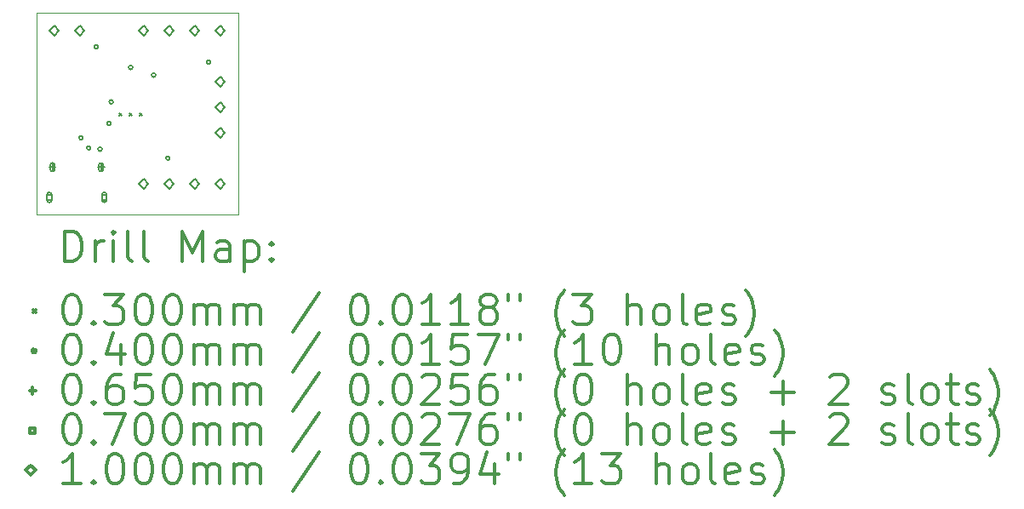
<source format=gbr>
%FSLAX45Y45*%
G04 Gerber Fmt 4.5, Leading zero omitted, Abs format (unit mm)*
G04 Created by KiCad (PCBNEW (5.1.10)-1) date 2021-06-21 19:38:08*
%MOMM*%
%LPD*%
G01*
G04 APERTURE LIST*
%TA.AperFunction,Profile*%
%ADD10C,0.050000*%
%TD*%
%ADD11C,0.200000*%
%ADD12C,0.300000*%
G04 APERTURE END LIST*
D10*
X13004800Y-12623800D02*
X13004800Y-10617200D01*
X15011400Y-12623800D02*
X13004800Y-12623800D01*
X15011400Y-10617200D02*
X15011400Y-12623800D01*
X13004800Y-10617200D02*
X15011400Y-10617200D01*
D11*
X13829600Y-11618200D02*
X13859600Y-11648200D01*
X13859600Y-11618200D02*
X13829600Y-11648200D01*
X13929600Y-11618200D02*
X13959600Y-11648200D01*
X13959600Y-11618200D02*
X13929600Y-11648200D01*
X14029600Y-11618200D02*
X14059600Y-11648200D01*
X14059600Y-11618200D02*
X14029600Y-11648200D01*
X13469100Y-11862000D02*
G75*
G03*
X13469100Y-11862000I-20000J0D01*
G01*
X13545500Y-11963401D02*
G75*
G03*
X13545500Y-11963401I-20000J0D01*
G01*
X13621700Y-10960100D02*
G75*
G03*
X13621700Y-10960100I-20000J0D01*
G01*
X13659800Y-11976100D02*
G75*
G03*
X13659800Y-11976100I-20000J0D01*
G01*
X13748700Y-11722100D02*
G75*
G03*
X13748700Y-11722100I-20000J0D01*
G01*
X13770401Y-11506200D02*
G75*
G03*
X13770401Y-11506200I-20000J0D01*
G01*
X13964600Y-11163300D02*
G75*
G03*
X13964600Y-11163300I-20000J0D01*
G01*
X14193200Y-11239500D02*
G75*
G03*
X14193200Y-11239500I-20000J0D01*
G01*
X14332900Y-12065000D02*
G75*
G03*
X14332900Y-12065000I-20000J0D01*
G01*
X14739300Y-11112500D02*
G75*
G03*
X14739300Y-11112500I-20000J0D01*
G01*
X13166700Y-12123400D02*
X13166700Y-12188400D01*
X13134200Y-12155900D02*
X13199200Y-12155900D01*
X13189200Y-12175900D02*
X13189200Y-12135900D01*
X13144200Y-12175900D02*
X13144200Y-12135900D01*
X13189200Y-12135900D02*
G75*
G03*
X13144200Y-12135900I-22500J0D01*
G01*
X13144200Y-12175900D02*
G75*
G03*
X13189200Y-12175900I22500J0D01*
G01*
X13650700Y-12123400D02*
X13650700Y-12188400D01*
X13618200Y-12155900D02*
X13683200Y-12155900D01*
X13673200Y-12175900D02*
X13673200Y-12135900D01*
X13628200Y-12175900D02*
X13628200Y-12135900D01*
X13673200Y-12135900D02*
G75*
G03*
X13628200Y-12135900I-22500J0D01*
G01*
X13628200Y-12175900D02*
G75*
G03*
X13673200Y-12175900I22500J0D01*
G01*
X13160449Y-12480649D02*
X13160449Y-12431151D01*
X13110951Y-12431151D01*
X13110951Y-12480649D01*
X13160449Y-12480649D01*
X13160700Y-12480900D02*
X13160700Y-12430900D01*
X13110700Y-12480900D02*
X13110700Y-12430900D01*
X13160700Y-12430900D02*
G75*
G03*
X13110700Y-12430900I-25000J0D01*
G01*
X13110700Y-12480900D02*
G75*
G03*
X13160700Y-12480900I25000J0D01*
G01*
X13706449Y-12480649D02*
X13706449Y-12431151D01*
X13656951Y-12431151D01*
X13656951Y-12480649D01*
X13706449Y-12480649D01*
X13706700Y-12480900D02*
X13706700Y-12430900D01*
X13656700Y-12480900D02*
X13656700Y-12430900D01*
X13706700Y-12430900D02*
G75*
G03*
X13656700Y-12430900I-25000J0D01*
G01*
X13656700Y-12480900D02*
G75*
G03*
X13706700Y-12480900I25000J0D01*
G01*
X13182600Y-10845000D02*
X13232600Y-10795000D01*
X13182600Y-10745000D01*
X13132600Y-10795000D01*
X13182600Y-10845000D01*
X13436600Y-10845000D02*
X13486600Y-10795000D01*
X13436600Y-10745000D01*
X13386600Y-10795000D01*
X13436600Y-10845000D01*
X14071600Y-10845000D02*
X14121600Y-10795000D01*
X14071600Y-10745000D01*
X14021600Y-10795000D01*
X14071600Y-10845000D01*
X14071600Y-12369000D02*
X14121600Y-12319000D01*
X14071600Y-12269000D01*
X14021600Y-12319000D01*
X14071600Y-12369000D01*
X14325600Y-10845000D02*
X14375600Y-10795000D01*
X14325600Y-10745000D01*
X14275600Y-10795000D01*
X14325600Y-10845000D01*
X14325600Y-12369000D02*
X14375600Y-12319000D01*
X14325600Y-12269000D01*
X14275600Y-12319000D01*
X14325600Y-12369000D01*
X14579600Y-10845000D02*
X14629600Y-10795000D01*
X14579600Y-10745000D01*
X14529600Y-10795000D01*
X14579600Y-10845000D01*
X14579600Y-12369000D02*
X14629600Y-12319000D01*
X14579600Y-12269000D01*
X14529600Y-12319000D01*
X14579600Y-12369000D01*
X14833600Y-10845000D02*
X14883600Y-10795000D01*
X14833600Y-10745000D01*
X14783600Y-10795000D01*
X14833600Y-10845000D01*
X14833600Y-11353000D02*
X14883600Y-11303000D01*
X14833600Y-11253000D01*
X14783600Y-11303000D01*
X14833600Y-11353000D01*
X14833600Y-11607000D02*
X14883600Y-11557000D01*
X14833600Y-11507000D01*
X14783600Y-11557000D01*
X14833600Y-11607000D01*
X14833600Y-11861000D02*
X14883600Y-11811000D01*
X14833600Y-11761000D01*
X14783600Y-11811000D01*
X14833600Y-11861000D01*
X14833600Y-12369000D02*
X14883600Y-12319000D01*
X14833600Y-12269000D01*
X14783600Y-12319000D01*
X14833600Y-12369000D01*
D12*
X13288728Y-13092014D02*
X13288728Y-12792014D01*
X13360157Y-12792014D01*
X13403014Y-12806300D01*
X13431586Y-12834871D01*
X13445871Y-12863443D01*
X13460157Y-12920586D01*
X13460157Y-12963443D01*
X13445871Y-13020586D01*
X13431586Y-13049157D01*
X13403014Y-13077729D01*
X13360157Y-13092014D01*
X13288728Y-13092014D01*
X13588728Y-13092014D02*
X13588728Y-12892014D01*
X13588728Y-12949157D02*
X13603014Y-12920586D01*
X13617300Y-12906300D01*
X13645871Y-12892014D01*
X13674443Y-12892014D01*
X13774443Y-13092014D02*
X13774443Y-12892014D01*
X13774443Y-12792014D02*
X13760157Y-12806300D01*
X13774443Y-12820586D01*
X13788728Y-12806300D01*
X13774443Y-12792014D01*
X13774443Y-12820586D01*
X13960157Y-13092014D02*
X13931586Y-13077729D01*
X13917300Y-13049157D01*
X13917300Y-12792014D01*
X14117300Y-13092014D02*
X14088728Y-13077729D01*
X14074443Y-13049157D01*
X14074443Y-12792014D01*
X14460157Y-13092014D02*
X14460157Y-12792014D01*
X14560157Y-13006300D01*
X14660157Y-12792014D01*
X14660157Y-13092014D01*
X14931586Y-13092014D02*
X14931586Y-12934871D01*
X14917300Y-12906300D01*
X14888728Y-12892014D01*
X14831586Y-12892014D01*
X14803014Y-12906300D01*
X14931586Y-13077729D02*
X14903014Y-13092014D01*
X14831586Y-13092014D01*
X14803014Y-13077729D01*
X14788728Y-13049157D01*
X14788728Y-13020586D01*
X14803014Y-12992014D01*
X14831586Y-12977729D01*
X14903014Y-12977729D01*
X14931586Y-12963443D01*
X15074443Y-12892014D02*
X15074443Y-13192014D01*
X15074443Y-12906300D02*
X15103014Y-12892014D01*
X15160157Y-12892014D01*
X15188728Y-12906300D01*
X15203014Y-12920586D01*
X15217300Y-12949157D01*
X15217300Y-13034871D01*
X15203014Y-13063443D01*
X15188728Y-13077729D01*
X15160157Y-13092014D01*
X15103014Y-13092014D01*
X15074443Y-13077729D01*
X15345871Y-13063443D02*
X15360157Y-13077729D01*
X15345871Y-13092014D01*
X15331586Y-13077729D01*
X15345871Y-13063443D01*
X15345871Y-13092014D01*
X15345871Y-12906300D02*
X15360157Y-12920586D01*
X15345871Y-12934871D01*
X15331586Y-12920586D01*
X15345871Y-12906300D01*
X15345871Y-12934871D01*
X12972300Y-13571300D02*
X13002300Y-13601300D01*
X13002300Y-13571300D02*
X12972300Y-13601300D01*
X13345871Y-13422014D02*
X13374443Y-13422014D01*
X13403014Y-13436300D01*
X13417300Y-13450586D01*
X13431586Y-13479157D01*
X13445871Y-13536300D01*
X13445871Y-13607729D01*
X13431586Y-13664871D01*
X13417300Y-13693443D01*
X13403014Y-13707729D01*
X13374443Y-13722014D01*
X13345871Y-13722014D01*
X13317300Y-13707729D01*
X13303014Y-13693443D01*
X13288728Y-13664871D01*
X13274443Y-13607729D01*
X13274443Y-13536300D01*
X13288728Y-13479157D01*
X13303014Y-13450586D01*
X13317300Y-13436300D01*
X13345871Y-13422014D01*
X13574443Y-13693443D02*
X13588728Y-13707729D01*
X13574443Y-13722014D01*
X13560157Y-13707729D01*
X13574443Y-13693443D01*
X13574443Y-13722014D01*
X13688728Y-13422014D02*
X13874443Y-13422014D01*
X13774443Y-13536300D01*
X13817300Y-13536300D01*
X13845871Y-13550586D01*
X13860157Y-13564871D01*
X13874443Y-13593443D01*
X13874443Y-13664871D01*
X13860157Y-13693443D01*
X13845871Y-13707729D01*
X13817300Y-13722014D01*
X13731586Y-13722014D01*
X13703014Y-13707729D01*
X13688728Y-13693443D01*
X14060157Y-13422014D02*
X14088728Y-13422014D01*
X14117300Y-13436300D01*
X14131586Y-13450586D01*
X14145871Y-13479157D01*
X14160157Y-13536300D01*
X14160157Y-13607729D01*
X14145871Y-13664871D01*
X14131586Y-13693443D01*
X14117300Y-13707729D01*
X14088728Y-13722014D01*
X14060157Y-13722014D01*
X14031586Y-13707729D01*
X14017300Y-13693443D01*
X14003014Y-13664871D01*
X13988728Y-13607729D01*
X13988728Y-13536300D01*
X14003014Y-13479157D01*
X14017300Y-13450586D01*
X14031586Y-13436300D01*
X14060157Y-13422014D01*
X14345871Y-13422014D02*
X14374443Y-13422014D01*
X14403014Y-13436300D01*
X14417300Y-13450586D01*
X14431586Y-13479157D01*
X14445871Y-13536300D01*
X14445871Y-13607729D01*
X14431586Y-13664871D01*
X14417300Y-13693443D01*
X14403014Y-13707729D01*
X14374443Y-13722014D01*
X14345871Y-13722014D01*
X14317300Y-13707729D01*
X14303014Y-13693443D01*
X14288728Y-13664871D01*
X14274443Y-13607729D01*
X14274443Y-13536300D01*
X14288728Y-13479157D01*
X14303014Y-13450586D01*
X14317300Y-13436300D01*
X14345871Y-13422014D01*
X14574443Y-13722014D02*
X14574443Y-13522014D01*
X14574443Y-13550586D02*
X14588728Y-13536300D01*
X14617300Y-13522014D01*
X14660157Y-13522014D01*
X14688728Y-13536300D01*
X14703014Y-13564871D01*
X14703014Y-13722014D01*
X14703014Y-13564871D02*
X14717300Y-13536300D01*
X14745871Y-13522014D01*
X14788728Y-13522014D01*
X14817300Y-13536300D01*
X14831586Y-13564871D01*
X14831586Y-13722014D01*
X14974443Y-13722014D02*
X14974443Y-13522014D01*
X14974443Y-13550586D02*
X14988728Y-13536300D01*
X15017300Y-13522014D01*
X15060157Y-13522014D01*
X15088728Y-13536300D01*
X15103014Y-13564871D01*
X15103014Y-13722014D01*
X15103014Y-13564871D02*
X15117300Y-13536300D01*
X15145871Y-13522014D01*
X15188728Y-13522014D01*
X15217300Y-13536300D01*
X15231586Y-13564871D01*
X15231586Y-13722014D01*
X15817300Y-13407729D02*
X15560157Y-13793443D01*
X16203014Y-13422014D02*
X16231586Y-13422014D01*
X16260157Y-13436300D01*
X16274443Y-13450586D01*
X16288728Y-13479157D01*
X16303014Y-13536300D01*
X16303014Y-13607729D01*
X16288728Y-13664871D01*
X16274443Y-13693443D01*
X16260157Y-13707729D01*
X16231586Y-13722014D01*
X16203014Y-13722014D01*
X16174443Y-13707729D01*
X16160157Y-13693443D01*
X16145871Y-13664871D01*
X16131586Y-13607729D01*
X16131586Y-13536300D01*
X16145871Y-13479157D01*
X16160157Y-13450586D01*
X16174443Y-13436300D01*
X16203014Y-13422014D01*
X16431586Y-13693443D02*
X16445871Y-13707729D01*
X16431586Y-13722014D01*
X16417300Y-13707729D01*
X16431586Y-13693443D01*
X16431586Y-13722014D01*
X16631586Y-13422014D02*
X16660157Y-13422014D01*
X16688728Y-13436300D01*
X16703014Y-13450586D01*
X16717300Y-13479157D01*
X16731586Y-13536300D01*
X16731586Y-13607729D01*
X16717300Y-13664871D01*
X16703014Y-13693443D01*
X16688728Y-13707729D01*
X16660157Y-13722014D01*
X16631586Y-13722014D01*
X16603014Y-13707729D01*
X16588728Y-13693443D01*
X16574443Y-13664871D01*
X16560157Y-13607729D01*
X16560157Y-13536300D01*
X16574443Y-13479157D01*
X16588728Y-13450586D01*
X16603014Y-13436300D01*
X16631586Y-13422014D01*
X17017300Y-13722014D02*
X16845871Y-13722014D01*
X16931586Y-13722014D02*
X16931586Y-13422014D01*
X16903014Y-13464871D01*
X16874443Y-13493443D01*
X16845871Y-13507729D01*
X17303014Y-13722014D02*
X17131586Y-13722014D01*
X17217300Y-13722014D02*
X17217300Y-13422014D01*
X17188728Y-13464871D01*
X17160157Y-13493443D01*
X17131586Y-13507729D01*
X17474443Y-13550586D02*
X17445871Y-13536300D01*
X17431586Y-13522014D01*
X17417300Y-13493443D01*
X17417300Y-13479157D01*
X17431586Y-13450586D01*
X17445871Y-13436300D01*
X17474443Y-13422014D01*
X17531586Y-13422014D01*
X17560157Y-13436300D01*
X17574443Y-13450586D01*
X17588728Y-13479157D01*
X17588728Y-13493443D01*
X17574443Y-13522014D01*
X17560157Y-13536300D01*
X17531586Y-13550586D01*
X17474443Y-13550586D01*
X17445871Y-13564871D01*
X17431586Y-13579157D01*
X17417300Y-13607729D01*
X17417300Y-13664871D01*
X17431586Y-13693443D01*
X17445871Y-13707729D01*
X17474443Y-13722014D01*
X17531586Y-13722014D01*
X17560157Y-13707729D01*
X17574443Y-13693443D01*
X17588728Y-13664871D01*
X17588728Y-13607729D01*
X17574443Y-13579157D01*
X17560157Y-13564871D01*
X17531586Y-13550586D01*
X17703014Y-13422014D02*
X17703014Y-13479157D01*
X17817300Y-13422014D02*
X17817300Y-13479157D01*
X18260157Y-13836300D02*
X18245871Y-13822014D01*
X18217300Y-13779157D01*
X18203014Y-13750586D01*
X18188728Y-13707729D01*
X18174443Y-13636300D01*
X18174443Y-13579157D01*
X18188728Y-13507729D01*
X18203014Y-13464871D01*
X18217300Y-13436300D01*
X18245871Y-13393443D01*
X18260157Y-13379157D01*
X18345871Y-13422014D02*
X18531586Y-13422014D01*
X18431586Y-13536300D01*
X18474443Y-13536300D01*
X18503014Y-13550586D01*
X18517300Y-13564871D01*
X18531586Y-13593443D01*
X18531586Y-13664871D01*
X18517300Y-13693443D01*
X18503014Y-13707729D01*
X18474443Y-13722014D01*
X18388728Y-13722014D01*
X18360157Y-13707729D01*
X18345871Y-13693443D01*
X18888728Y-13722014D02*
X18888728Y-13422014D01*
X19017300Y-13722014D02*
X19017300Y-13564871D01*
X19003014Y-13536300D01*
X18974443Y-13522014D01*
X18931586Y-13522014D01*
X18903014Y-13536300D01*
X18888728Y-13550586D01*
X19203014Y-13722014D02*
X19174443Y-13707729D01*
X19160157Y-13693443D01*
X19145871Y-13664871D01*
X19145871Y-13579157D01*
X19160157Y-13550586D01*
X19174443Y-13536300D01*
X19203014Y-13522014D01*
X19245871Y-13522014D01*
X19274443Y-13536300D01*
X19288728Y-13550586D01*
X19303014Y-13579157D01*
X19303014Y-13664871D01*
X19288728Y-13693443D01*
X19274443Y-13707729D01*
X19245871Y-13722014D01*
X19203014Y-13722014D01*
X19474443Y-13722014D02*
X19445871Y-13707729D01*
X19431586Y-13679157D01*
X19431586Y-13422014D01*
X19703014Y-13707729D02*
X19674443Y-13722014D01*
X19617300Y-13722014D01*
X19588728Y-13707729D01*
X19574443Y-13679157D01*
X19574443Y-13564871D01*
X19588728Y-13536300D01*
X19617300Y-13522014D01*
X19674443Y-13522014D01*
X19703014Y-13536300D01*
X19717300Y-13564871D01*
X19717300Y-13593443D01*
X19574443Y-13622014D01*
X19831586Y-13707729D02*
X19860157Y-13722014D01*
X19917300Y-13722014D01*
X19945871Y-13707729D01*
X19960157Y-13679157D01*
X19960157Y-13664871D01*
X19945871Y-13636300D01*
X19917300Y-13622014D01*
X19874443Y-13622014D01*
X19845871Y-13607729D01*
X19831586Y-13579157D01*
X19831586Y-13564871D01*
X19845871Y-13536300D01*
X19874443Y-13522014D01*
X19917300Y-13522014D01*
X19945871Y-13536300D01*
X20060157Y-13836300D02*
X20074443Y-13822014D01*
X20103014Y-13779157D01*
X20117300Y-13750586D01*
X20131586Y-13707729D01*
X20145871Y-13636300D01*
X20145871Y-13579157D01*
X20131586Y-13507729D01*
X20117300Y-13464871D01*
X20103014Y-13436300D01*
X20074443Y-13393443D01*
X20060157Y-13379157D01*
X13002300Y-13982300D02*
G75*
G03*
X13002300Y-13982300I-20000J0D01*
G01*
X13345871Y-13818014D02*
X13374443Y-13818014D01*
X13403014Y-13832300D01*
X13417300Y-13846586D01*
X13431586Y-13875157D01*
X13445871Y-13932300D01*
X13445871Y-14003729D01*
X13431586Y-14060871D01*
X13417300Y-14089443D01*
X13403014Y-14103729D01*
X13374443Y-14118014D01*
X13345871Y-14118014D01*
X13317300Y-14103729D01*
X13303014Y-14089443D01*
X13288728Y-14060871D01*
X13274443Y-14003729D01*
X13274443Y-13932300D01*
X13288728Y-13875157D01*
X13303014Y-13846586D01*
X13317300Y-13832300D01*
X13345871Y-13818014D01*
X13574443Y-14089443D02*
X13588728Y-14103729D01*
X13574443Y-14118014D01*
X13560157Y-14103729D01*
X13574443Y-14089443D01*
X13574443Y-14118014D01*
X13845871Y-13918014D02*
X13845871Y-14118014D01*
X13774443Y-13803729D02*
X13703014Y-14018014D01*
X13888728Y-14018014D01*
X14060157Y-13818014D02*
X14088728Y-13818014D01*
X14117300Y-13832300D01*
X14131586Y-13846586D01*
X14145871Y-13875157D01*
X14160157Y-13932300D01*
X14160157Y-14003729D01*
X14145871Y-14060871D01*
X14131586Y-14089443D01*
X14117300Y-14103729D01*
X14088728Y-14118014D01*
X14060157Y-14118014D01*
X14031586Y-14103729D01*
X14017300Y-14089443D01*
X14003014Y-14060871D01*
X13988728Y-14003729D01*
X13988728Y-13932300D01*
X14003014Y-13875157D01*
X14017300Y-13846586D01*
X14031586Y-13832300D01*
X14060157Y-13818014D01*
X14345871Y-13818014D02*
X14374443Y-13818014D01*
X14403014Y-13832300D01*
X14417300Y-13846586D01*
X14431586Y-13875157D01*
X14445871Y-13932300D01*
X14445871Y-14003729D01*
X14431586Y-14060871D01*
X14417300Y-14089443D01*
X14403014Y-14103729D01*
X14374443Y-14118014D01*
X14345871Y-14118014D01*
X14317300Y-14103729D01*
X14303014Y-14089443D01*
X14288728Y-14060871D01*
X14274443Y-14003729D01*
X14274443Y-13932300D01*
X14288728Y-13875157D01*
X14303014Y-13846586D01*
X14317300Y-13832300D01*
X14345871Y-13818014D01*
X14574443Y-14118014D02*
X14574443Y-13918014D01*
X14574443Y-13946586D02*
X14588728Y-13932300D01*
X14617300Y-13918014D01*
X14660157Y-13918014D01*
X14688728Y-13932300D01*
X14703014Y-13960871D01*
X14703014Y-14118014D01*
X14703014Y-13960871D02*
X14717300Y-13932300D01*
X14745871Y-13918014D01*
X14788728Y-13918014D01*
X14817300Y-13932300D01*
X14831586Y-13960871D01*
X14831586Y-14118014D01*
X14974443Y-14118014D02*
X14974443Y-13918014D01*
X14974443Y-13946586D02*
X14988728Y-13932300D01*
X15017300Y-13918014D01*
X15060157Y-13918014D01*
X15088728Y-13932300D01*
X15103014Y-13960871D01*
X15103014Y-14118014D01*
X15103014Y-13960871D02*
X15117300Y-13932300D01*
X15145871Y-13918014D01*
X15188728Y-13918014D01*
X15217300Y-13932300D01*
X15231586Y-13960871D01*
X15231586Y-14118014D01*
X15817300Y-13803729D02*
X15560157Y-14189443D01*
X16203014Y-13818014D02*
X16231586Y-13818014D01*
X16260157Y-13832300D01*
X16274443Y-13846586D01*
X16288728Y-13875157D01*
X16303014Y-13932300D01*
X16303014Y-14003729D01*
X16288728Y-14060871D01*
X16274443Y-14089443D01*
X16260157Y-14103729D01*
X16231586Y-14118014D01*
X16203014Y-14118014D01*
X16174443Y-14103729D01*
X16160157Y-14089443D01*
X16145871Y-14060871D01*
X16131586Y-14003729D01*
X16131586Y-13932300D01*
X16145871Y-13875157D01*
X16160157Y-13846586D01*
X16174443Y-13832300D01*
X16203014Y-13818014D01*
X16431586Y-14089443D02*
X16445871Y-14103729D01*
X16431586Y-14118014D01*
X16417300Y-14103729D01*
X16431586Y-14089443D01*
X16431586Y-14118014D01*
X16631586Y-13818014D02*
X16660157Y-13818014D01*
X16688728Y-13832300D01*
X16703014Y-13846586D01*
X16717300Y-13875157D01*
X16731586Y-13932300D01*
X16731586Y-14003729D01*
X16717300Y-14060871D01*
X16703014Y-14089443D01*
X16688728Y-14103729D01*
X16660157Y-14118014D01*
X16631586Y-14118014D01*
X16603014Y-14103729D01*
X16588728Y-14089443D01*
X16574443Y-14060871D01*
X16560157Y-14003729D01*
X16560157Y-13932300D01*
X16574443Y-13875157D01*
X16588728Y-13846586D01*
X16603014Y-13832300D01*
X16631586Y-13818014D01*
X17017300Y-14118014D02*
X16845871Y-14118014D01*
X16931586Y-14118014D02*
X16931586Y-13818014D01*
X16903014Y-13860871D01*
X16874443Y-13889443D01*
X16845871Y-13903729D01*
X17288728Y-13818014D02*
X17145871Y-13818014D01*
X17131586Y-13960871D01*
X17145871Y-13946586D01*
X17174443Y-13932300D01*
X17245871Y-13932300D01*
X17274443Y-13946586D01*
X17288728Y-13960871D01*
X17303014Y-13989443D01*
X17303014Y-14060871D01*
X17288728Y-14089443D01*
X17274443Y-14103729D01*
X17245871Y-14118014D01*
X17174443Y-14118014D01*
X17145871Y-14103729D01*
X17131586Y-14089443D01*
X17403014Y-13818014D02*
X17603014Y-13818014D01*
X17474443Y-14118014D01*
X17703014Y-13818014D02*
X17703014Y-13875157D01*
X17817300Y-13818014D02*
X17817300Y-13875157D01*
X18260157Y-14232300D02*
X18245871Y-14218014D01*
X18217300Y-14175157D01*
X18203014Y-14146586D01*
X18188728Y-14103729D01*
X18174443Y-14032300D01*
X18174443Y-13975157D01*
X18188728Y-13903729D01*
X18203014Y-13860871D01*
X18217300Y-13832300D01*
X18245871Y-13789443D01*
X18260157Y-13775157D01*
X18531586Y-14118014D02*
X18360157Y-14118014D01*
X18445871Y-14118014D02*
X18445871Y-13818014D01*
X18417300Y-13860871D01*
X18388728Y-13889443D01*
X18360157Y-13903729D01*
X18717300Y-13818014D02*
X18745871Y-13818014D01*
X18774443Y-13832300D01*
X18788728Y-13846586D01*
X18803014Y-13875157D01*
X18817300Y-13932300D01*
X18817300Y-14003729D01*
X18803014Y-14060871D01*
X18788728Y-14089443D01*
X18774443Y-14103729D01*
X18745871Y-14118014D01*
X18717300Y-14118014D01*
X18688728Y-14103729D01*
X18674443Y-14089443D01*
X18660157Y-14060871D01*
X18645871Y-14003729D01*
X18645871Y-13932300D01*
X18660157Y-13875157D01*
X18674443Y-13846586D01*
X18688728Y-13832300D01*
X18717300Y-13818014D01*
X19174443Y-14118014D02*
X19174443Y-13818014D01*
X19303014Y-14118014D02*
X19303014Y-13960871D01*
X19288728Y-13932300D01*
X19260157Y-13918014D01*
X19217300Y-13918014D01*
X19188728Y-13932300D01*
X19174443Y-13946586D01*
X19488728Y-14118014D02*
X19460157Y-14103729D01*
X19445871Y-14089443D01*
X19431586Y-14060871D01*
X19431586Y-13975157D01*
X19445871Y-13946586D01*
X19460157Y-13932300D01*
X19488728Y-13918014D01*
X19531586Y-13918014D01*
X19560157Y-13932300D01*
X19574443Y-13946586D01*
X19588728Y-13975157D01*
X19588728Y-14060871D01*
X19574443Y-14089443D01*
X19560157Y-14103729D01*
X19531586Y-14118014D01*
X19488728Y-14118014D01*
X19760157Y-14118014D02*
X19731586Y-14103729D01*
X19717300Y-14075157D01*
X19717300Y-13818014D01*
X19988728Y-14103729D02*
X19960157Y-14118014D01*
X19903014Y-14118014D01*
X19874443Y-14103729D01*
X19860157Y-14075157D01*
X19860157Y-13960871D01*
X19874443Y-13932300D01*
X19903014Y-13918014D01*
X19960157Y-13918014D01*
X19988728Y-13932300D01*
X20003014Y-13960871D01*
X20003014Y-13989443D01*
X19860157Y-14018014D01*
X20117300Y-14103729D02*
X20145871Y-14118014D01*
X20203014Y-14118014D01*
X20231586Y-14103729D01*
X20245871Y-14075157D01*
X20245871Y-14060871D01*
X20231586Y-14032300D01*
X20203014Y-14018014D01*
X20160157Y-14018014D01*
X20131586Y-14003729D01*
X20117300Y-13975157D01*
X20117300Y-13960871D01*
X20131586Y-13932300D01*
X20160157Y-13918014D01*
X20203014Y-13918014D01*
X20231586Y-13932300D01*
X20345871Y-14232300D02*
X20360157Y-14218014D01*
X20388728Y-14175157D01*
X20403014Y-14146586D01*
X20417300Y-14103729D01*
X20431586Y-14032300D01*
X20431586Y-13975157D01*
X20417300Y-13903729D01*
X20403014Y-13860871D01*
X20388728Y-13832300D01*
X20360157Y-13789443D01*
X20345871Y-13775157D01*
X12969800Y-14345800D02*
X12969800Y-14410800D01*
X12937300Y-14378300D02*
X13002300Y-14378300D01*
X13345871Y-14214014D02*
X13374443Y-14214014D01*
X13403014Y-14228300D01*
X13417300Y-14242586D01*
X13431586Y-14271157D01*
X13445871Y-14328300D01*
X13445871Y-14399729D01*
X13431586Y-14456871D01*
X13417300Y-14485443D01*
X13403014Y-14499729D01*
X13374443Y-14514014D01*
X13345871Y-14514014D01*
X13317300Y-14499729D01*
X13303014Y-14485443D01*
X13288728Y-14456871D01*
X13274443Y-14399729D01*
X13274443Y-14328300D01*
X13288728Y-14271157D01*
X13303014Y-14242586D01*
X13317300Y-14228300D01*
X13345871Y-14214014D01*
X13574443Y-14485443D02*
X13588728Y-14499729D01*
X13574443Y-14514014D01*
X13560157Y-14499729D01*
X13574443Y-14485443D01*
X13574443Y-14514014D01*
X13845871Y-14214014D02*
X13788728Y-14214014D01*
X13760157Y-14228300D01*
X13745871Y-14242586D01*
X13717300Y-14285443D01*
X13703014Y-14342586D01*
X13703014Y-14456871D01*
X13717300Y-14485443D01*
X13731586Y-14499729D01*
X13760157Y-14514014D01*
X13817300Y-14514014D01*
X13845871Y-14499729D01*
X13860157Y-14485443D01*
X13874443Y-14456871D01*
X13874443Y-14385443D01*
X13860157Y-14356871D01*
X13845871Y-14342586D01*
X13817300Y-14328300D01*
X13760157Y-14328300D01*
X13731586Y-14342586D01*
X13717300Y-14356871D01*
X13703014Y-14385443D01*
X14145871Y-14214014D02*
X14003014Y-14214014D01*
X13988728Y-14356871D01*
X14003014Y-14342586D01*
X14031586Y-14328300D01*
X14103014Y-14328300D01*
X14131586Y-14342586D01*
X14145871Y-14356871D01*
X14160157Y-14385443D01*
X14160157Y-14456871D01*
X14145871Y-14485443D01*
X14131586Y-14499729D01*
X14103014Y-14514014D01*
X14031586Y-14514014D01*
X14003014Y-14499729D01*
X13988728Y-14485443D01*
X14345871Y-14214014D02*
X14374443Y-14214014D01*
X14403014Y-14228300D01*
X14417300Y-14242586D01*
X14431586Y-14271157D01*
X14445871Y-14328300D01*
X14445871Y-14399729D01*
X14431586Y-14456871D01*
X14417300Y-14485443D01*
X14403014Y-14499729D01*
X14374443Y-14514014D01*
X14345871Y-14514014D01*
X14317300Y-14499729D01*
X14303014Y-14485443D01*
X14288728Y-14456871D01*
X14274443Y-14399729D01*
X14274443Y-14328300D01*
X14288728Y-14271157D01*
X14303014Y-14242586D01*
X14317300Y-14228300D01*
X14345871Y-14214014D01*
X14574443Y-14514014D02*
X14574443Y-14314014D01*
X14574443Y-14342586D02*
X14588728Y-14328300D01*
X14617300Y-14314014D01*
X14660157Y-14314014D01*
X14688728Y-14328300D01*
X14703014Y-14356871D01*
X14703014Y-14514014D01*
X14703014Y-14356871D02*
X14717300Y-14328300D01*
X14745871Y-14314014D01*
X14788728Y-14314014D01*
X14817300Y-14328300D01*
X14831586Y-14356871D01*
X14831586Y-14514014D01*
X14974443Y-14514014D02*
X14974443Y-14314014D01*
X14974443Y-14342586D02*
X14988728Y-14328300D01*
X15017300Y-14314014D01*
X15060157Y-14314014D01*
X15088728Y-14328300D01*
X15103014Y-14356871D01*
X15103014Y-14514014D01*
X15103014Y-14356871D02*
X15117300Y-14328300D01*
X15145871Y-14314014D01*
X15188728Y-14314014D01*
X15217300Y-14328300D01*
X15231586Y-14356871D01*
X15231586Y-14514014D01*
X15817300Y-14199729D02*
X15560157Y-14585443D01*
X16203014Y-14214014D02*
X16231586Y-14214014D01*
X16260157Y-14228300D01*
X16274443Y-14242586D01*
X16288728Y-14271157D01*
X16303014Y-14328300D01*
X16303014Y-14399729D01*
X16288728Y-14456871D01*
X16274443Y-14485443D01*
X16260157Y-14499729D01*
X16231586Y-14514014D01*
X16203014Y-14514014D01*
X16174443Y-14499729D01*
X16160157Y-14485443D01*
X16145871Y-14456871D01*
X16131586Y-14399729D01*
X16131586Y-14328300D01*
X16145871Y-14271157D01*
X16160157Y-14242586D01*
X16174443Y-14228300D01*
X16203014Y-14214014D01*
X16431586Y-14485443D02*
X16445871Y-14499729D01*
X16431586Y-14514014D01*
X16417300Y-14499729D01*
X16431586Y-14485443D01*
X16431586Y-14514014D01*
X16631586Y-14214014D02*
X16660157Y-14214014D01*
X16688728Y-14228300D01*
X16703014Y-14242586D01*
X16717300Y-14271157D01*
X16731586Y-14328300D01*
X16731586Y-14399729D01*
X16717300Y-14456871D01*
X16703014Y-14485443D01*
X16688728Y-14499729D01*
X16660157Y-14514014D01*
X16631586Y-14514014D01*
X16603014Y-14499729D01*
X16588728Y-14485443D01*
X16574443Y-14456871D01*
X16560157Y-14399729D01*
X16560157Y-14328300D01*
X16574443Y-14271157D01*
X16588728Y-14242586D01*
X16603014Y-14228300D01*
X16631586Y-14214014D01*
X16845871Y-14242586D02*
X16860157Y-14228300D01*
X16888728Y-14214014D01*
X16960157Y-14214014D01*
X16988728Y-14228300D01*
X17003014Y-14242586D01*
X17017300Y-14271157D01*
X17017300Y-14299729D01*
X17003014Y-14342586D01*
X16831586Y-14514014D01*
X17017300Y-14514014D01*
X17288728Y-14214014D02*
X17145871Y-14214014D01*
X17131586Y-14356871D01*
X17145871Y-14342586D01*
X17174443Y-14328300D01*
X17245871Y-14328300D01*
X17274443Y-14342586D01*
X17288728Y-14356871D01*
X17303014Y-14385443D01*
X17303014Y-14456871D01*
X17288728Y-14485443D01*
X17274443Y-14499729D01*
X17245871Y-14514014D01*
X17174443Y-14514014D01*
X17145871Y-14499729D01*
X17131586Y-14485443D01*
X17560157Y-14214014D02*
X17503014Y-14214014D01*
X17474443Y-14228300D01*
X17460157Y-14242586D01*
X17431586Y-14285443D01*
X17417300Y-14342586D01*
X17417300Y-14456871D01*
X17431586Y-14485443D01*
X17445871Y-14499729D01*
X17474443Y-14514014D01*
X17531586Y-14514014D01*
X17560157Y-14499729D01*
X17574443Y-14485443D01*
X17588728Y-14456871D01*
X17588728Y-14385443D01*
X17574443Y-14356871D01*
X17560157Y-14342586D01*
X17531586Y-14328300D01*
X17474443Y-14328300D01*
X17445871Y-14342586D01*
X17431586Y-14356871D01*
X17417300Y-14385443D01*
X17703014Y-14214014D02*
X17703014Y-14271157D01*
X17817300Y-14214014D02*
X17817300Y-14271157D01*
X18260157Y-14628300D02*
X18245871Y-14614014D01*
X18217300Y-14571157D01*
X18203014Y-14542586D01*
X18188728Y-14499729D01*
X18174443Y-14428300D01*
X18174443Y-14371157D01*
X18188728Y-14299729D01*
X18203014Y-14256871D01*
X18217300Y-14228300D01*
X18245871Y-14185443D01*
X18260157Y-14171157D01*
X18431586Y-14214014D02*
X18460157Y-14214014D01*
X18488728Y-14228300D01*
X18503014Y-14242586D01*
X18517300Y-14271157D01*
X18531586Y-14328300D01*
X18531586Y-14399729D01*
X18517300Y-14456871D01*
X18503014Y-14485443D01*
X18488728Y-14499729D01*
X18460157Y-14514014D01*
X18431586Y-14514014D01*
X18403014Y-14499729D01*
X18388728Y-14485443D01*
X18374443Y-14456871D01*
X18360157Y-14399729D01*
X18360157Y-14328300D01*
X18374443Y-14271157D01*
X18388728Y-14242586D01*
X18403014Y-14228300D01*
X18431586Y-14214014D01*
X18888728Y-14514014D02*
X18888728Y-14214014D01*
X19017300Y-14514014D02*
X19017300Y-14356871D01*
X19003014Y-14328300D01*
X18974443Y-14314014D01*
X18931586Y-14314014D01*
X18903014Y-14328300D01*
X18888728Y-14342586D01*
X19203014Y-14514014D02*
X19174443Y-14499729D01*
X19160157Y-14485443D01*
X19145871Y-14456871D01*
X19145871Y-14371157D01*
X19160157Y-14342586D01*
X19174443Y-14328300D01*
X19203014Y-14314014D01*
X19245871Y-14314014D01*
X19274443Y-14328300D01*
X19288728Y-14342586D01*
X19303014Y-14371157D01*
X19303014Y-14456871D01*
X19288728Y-14485443D01*
X19274443Y-14499729D01*
X19245871Y-14514014D01*
X19203014Y-14514014D01*
X19474443Y-14514014D02*
X19445871Y-14499729D01*
X19431586Y-14471157D01*
X19431586Y-14214014D01*
X19703014Y-14499729D02*
X19674443Y-14514014D01*
X19617300Y-14514014D01*
X19588728Y-14499729D01*
X19574443Y-14471157D01*
X19574443Y-14356871D01*
X19588728Y-14328300D01*
X19617300Y-14314014D01*
X19674443Y-14314014D01*
X19703014Y-14328300D01*
X19717300Y-14356871D01*
X19717300Y-14385443D01*
X19574443Y-14414014D01*
X19831586Y-14499729D02*
X19860157Y-14514014D01*
X19917300Y-14514014D01*
X19945871Y-14499729D01*
X19960157Y-14471157D01*
X19960157Y-14456871D01*
X19945871Y-14428300D01*
X19917300Y-14414014D01*
X19874443Y-14414014D01*
X19845871Y-14399729D01*
X19831586Y-14371157D01*
X19831586Y-14356871D01*
X19845871Y-14328300D01*
X19874443Y-14314014D01*
X19917300Y-14314014D01*
X19945871Y-14328300D01*
X20317300Y-14399729D02*
X20545871Y-14399729D01*
X20431586Y-14514014D02*
X20431586Y-14285443D01*
X20903014Y-14242586D02*
X20917300Y-14228300D01*
X20945871Y-14214014D01*
X21017300Y-14214014D01*
X21045871Y-14228300D01*
X21060157Y-14242586D01*
X21074443Y-14271157D01*
X21074443Y-14299729D01*
X21060157Y-14342586D01*
X20888728Y-14514014D01*
X21074443Y-14514014D01*
X21417300Y-14499729D02*
X21445871Y-14514014D01*
X21503014Y-14514014D01*
X21531586Y-14499729D01*
X21545871Y-14471157D01*
X21545871Y-14456871D01*
X21531586Y-14428300D01*
X21503014Y-14414014D01*
X21460157Y-14414014D01*
X21431586Y-14399729D01*
X21417300Y-14371157D01*
X21417300Y-14356871D01*
X21431586Y-14328300D01*
X21460157Y-14314014D01*
X21503014Y-14314014D01*
X21531586Y-14328300D01*
X21717300Y-14514014D02*
X21688728Y-14499729D01*
X21674443Y-14471157D01*
X21674443Y-14214014D01*
X21874443Y-14514014D02*
X21845871Y-14499729D01*
X21831586Y-14485443D01*
X21817300Y-14456871D01*
X21817300Y-14371157D01*
X21831586Y-14342586D01*
X21845871Y-14328300D01*
X21874443Y-14314014D01*
X21917300Y-14314014D01*
X21945871Y-14328300D01*
X21960157Y-14342586D01*
X21974443Y-14371157D01*
X21974443Y-14456871D01*
X21960157Y-14485443D01*
X21945871Y-14499729D01*
X21917300Y-14514014D01*
X21874443Y-14514014D01*
X22060157Y-14314014D02*
X22174443Y-14314014D01*
X22103014Y-14214014D02*
X22103014Y-14471157D01*
X22117300Y-14499729D01*
X22145871Y-14514014D01*
X22174443Y-14514014D01*
X22260157Y-14499729D02*
X22288728Y-14514014D01*
X22345871Y-14514014D01*
X22374443Y-14499729D01*
X22388728Y-14471157D01*
X22388728Y-14456871D01*
X22374443Y-14428300D01*
X22345871Y-14414014D01*
X22303014Y-14414014D01*
X22274443Y-14399729D01*
X22260157Y-14371157D01*
X22260157Y-14356871D01*
X22274443Y-14328300D01*
X22303014Y-14314014D01*
X22345871Y-14314014D01*
X22374443Y-14328300D01*
X22488728Y-14628300D02*
X22503014Y-14614014D01*
X22531586Y-14571157D01*
X22545871Y-14542586D01*
X22560157Y-14499729D01*
X22574443Y-14428300D01*
X22574443Y-14371157D01*
X22560157Y-14299729D01*
X22545871Y-14256871D01*
X22531586Y-14228300D01*
X22503014Y-14185443D01*
X22488728Y-14171157D01*
X12992049Y-14799049D02*
X12992049Y-14749551D01*
X12942551Y-14749551D01*
X12942551Y-14799049D01*
X12992049Y-14799049D01*
X13345871Y-14610014D02*
X13374443Y-14610014D01*
X13403014Y-14624300D01*
X13417300Y-14638586D01*
X13431586Y-14667157D01*
X13445871Y-14724300D01*
X13445871Y-14795729D01*
X13431586Y-14852871D01*
X13417300Y-14881443D01*
X13403014Y-14895729D01*
X13374443Y-14910014D01*
X13345871Y-14910014D01*
X13317300Y-14895729D01*
X13303014Y-14881443D01*
X13288728Y-14852871D01*
X13274443Y-14795729D01*
X13274443Y-14724300D01*
X13288728Y-14667157D01*
X13303014Y-14638586D01*
X13317300Y-14624300D01*
X13345871Y-14610014D01*
X13574443Y-14881443D02*
X13588728Y-14895729D01*
X13574443Y-14910014D01*
X13560157Y-14895729D01*
X13574443Y-14881443D01*
X13574443Y-14910014D01*
X13688728Y-14610014D02*
X13888728Y-14610014D01*
X13760157Y-14910014D01*
X14060157Y-14610014D02*
X14088728Y-14610014D01*
X14117300Y-14624300D01*
X14131586Y-14638586D01*
X14145871Y-14667157D01*
X14160157Y-14724300D01*
X14160157Y-14795729D01*
X14145871Y-14852871D01*
X14131586Y-14881443D01*
X14117300Y-14895729D01*
X14088728Y-14910014D01*
X14060157Y-14910014D01*
X14031586Y-14895729D01*
X14017300Y-14881443D01*
X14003014Y-14852871D01*
X13988728Y-14795729D01*
X13988728Y-14724300D01*
X14003014Y-14667157D01*
X14017300Y-14638586D01*
X14031586Y-14624300D01*
X14060157Y-14610014D01*
X14345871Y-14610014D02*
X14374443Y-14610014D01*
X14403014Y-14624300D01*
X14417300Y-14638586D01*
X14431586Y-14667157D01*
X14445871Y-14724300D01*
X14445871Y-14795729D01*
X14431586Y-14852871D01*
X14417300Y-14881443D01*
X14403014Y-14895729D01*
X14374443Y-14910014D01*
X14345871Y-14910014D01*
X14317300Y-14895729D01*
X14303014Y-14881443D01*
X14288728Y-14852871D01*
X14274443Y-14795729D01*
X14274443Y-14724300D01*
X14288728Y-14667157D01*
X14303014Y-14638586D01*
X14317300Y-14624300D01*
X14345871Y-14610014D01*
X14574443Y-14910014D02*
X14574443Y-14710014D01*
X14574443Y-14738586D02*
X14588728Y-14724300D01*
X14617300Y-14710014D01*
X14660157Y-14710014D01*
X14688728Y-14724300D01*
X14703014Y-14752871D01*
X14703014Y-14910014D01*
X14703014Y-14752871D02*
X14717300Y-14724300D01*
X14745871Y-14710014D01*
X14788728Y-14710014D01*
X14817300Y-14724300D01*
X14831586Y-14752871D01*
X14831586Y-14910014D01*
X14974443Y-14910014D02*
X14974443Y-14710014D01*
X14974443Y-14738586D02*
X14988728Y-14724300D01*
X15017300Y-14710014D01*
X15060157Y-14710014D01*
X15088728Y-14724300D01*
X15103014Y-14752871D01*
X15103014Y-14910014D01*
X15103014Y-14752871D02*
X15117300Y-14724300D01*
X15145871Y-14710014D01*
X15188728Y-14710014D01*
X15217300Y-14724300D01*
X15231586Y-14752871D01*
X15231586Y-14910014D01*
X15817300Y-14595729D02*
X15560157Y-14981443D01*
X16203014Y-14610014D02*
X16231586Y-14610014D01*
X16260157Y-14624300D01*
X16274443Y-14638586D01*
X16288728Y-14667157D01*
X16303014Y-14724300D01*
X16303014Y-14795729D01*
X16288728Y-14852871D01*
X16274443Y-14881443D01*
X16260157Y-14895729D01*
X16231586Y-14910014D01*
X16203014Y-14910014D01*
X16174443Y-14895729D01*
X16160157Y-14881443D01*
X16145871Y-14852871D01*
X16131586Y-14795729D01*
X16131586Y-14724300D01*
X16145871Y-14667157D01*
X16160157Y-14638586D01*
X16174443Y-14624300D01*
X16203014Y-14610014D01*
X16431586Y-14881443D02*
X16445871Y-14895729D01*
X16431586Y-14910014D01*
X16417300Y-14895729D01*
X16431586Y-14881443D01*
X16431586Y-14910014D01*
X16631586Y-14610014D02*
X16660157Y-14610014D01*
X16688728Y-14624300D01*
X16703014Y-14638586D01*
X16717300Y-14667157D01*
X16731586Y-14724300D01*
X16731586Y-14795729D01*
X16717300Y-14852871D01*
X16703014Y-14881443D01*
X16688728Y-14895729D01*
X16660157Y-14910014D01*
X16631586Y-14910014D01*
X16603014Y-14895729D01*
X16588728Y-14881443D01*
X16574443Y-14852871D01*
X16560157Y-14795729D01*
X16560157Y-14724300D01*
X16574443Y-14667157D01*
X16588728Y-14638586D01*
X16603014Y-14624300D01*
X16631586Y-14610014D01*
X16845871Y-14638586D02*
X16860157Y-14624300D01*
X16888728Y-14610014D01*
X16960157Y-14610014D01*
X16988728Y-14624300D01*
X17003014Y-14638586D01*
X17017300Y-14667157D01*
X17017300Y-14695729D01*
X17003014Y-14738586D01*
X16831586Y-14910014D01*
X17017300Y-14910014D01*
X17117300Y-14610014D02*
X17317300Y-14610014D01*
X17188728Y-14910014D01*
X17560157Y-14610014D02*
X17503014Y-14610014D01*
X17474443Y-14624300D01*
X17460157Y-14638586D01*
X17431586Y-14681443D01*
X17417300Y-14738586D01*
X17417300Y-14852871D01*
X17431586Y-14881443D01*
X17445871Y-14895729D01*
X17474443Y-14910014D01*
X17531586Y-14910014D01*
X17560157Y-14895729D01*
X17574443Y-14881443D01*
X17588728Y-14852871D01*
X17588728Y-14781443D01*
X17574443Y-14752871D01*
X17560157Y-14738586D01*
X17531586Y-14724300D01*
X17474443Y-14724300D01*
X17445871Y-14738586D01*
X17431586Y-14752871D01*
X17417300Y-14781443D01*
X17703014Y-14610014D02*
X17703014Y-14667157D01*
X17817300Y-14610014D02*
X17817300Y-14667157D01*
X18260157Y-15024300D02*
X18245871Y-15010014D01*
X18217300Y-14967157D01*
X18203014Y-14938586D01*
X18188728Y-14895729D01*
X18174443Y-14824300D01*
X18174443Y-14767157D01*
X18188728Y-14695729D01*
X18203014Y-14652871D01*
X18217300Y-14624300D01*
X18245871Y-14581443D01*
X18260157Y-14567157D01*
X18431586Y-14610014D02*
X18460157Y-14610014D01*
X18488728Y-14624300D01*
X18503014Y-14638586D01*
X18517300Y-14667157D01*
X18531586Y-14724300D01*
X18531586Y-14795729D01*
X18517300Y-14852871D01*
X18503014Y-14881443D01*
X18488728Y-14895729D01*
X18460157Y-14910014D01*
X18431586Y-14910014D01*
X18403014Y-14895729D01*
X18388728Y-14881443D01*
X18374443Y-14852871D01*
X18360157Y-14795729D01*
X18360157Y-14724300D01*
X18374443Y-14667157D01*
X18388728Y-14638586D01*
X18403014Y-14624300D01*
X18431586Y-14610014D01*
X18888728Y-14910014D02*
X18888728Y-14610014D01*
X19017300Y-14910014D02*
X19017300Y-14752871D01*
X19003014Y-14724300D01*
X18974443Y-14710014D01*
X18931586Y-14710014D01*
X18903014Y-14724300D01*
X18888728Y-14738586D01*
X19203014Y-14910014D02*
X19174443Y-14895729D01*
X19160157Y-14881443D01*
X19145871Y-14852871D01*
X19145871Y-14767157D01*
X19160157Y-14738586D01*
X19174443Y-14724300D01*
X19203014Y-14710014D01*
X19245871Y-14710014D01*
X19274443Y-14724300D01*
X19288728Y-14738586D01*
X19303014Y-14767157D01*
X19303014Y-14852871D01*
X19288728Y-14881443D01*
X19274443Y-14895729D01*
X19245871Y-14910014D01*
X19203014Y-14910014D01*
X19474443Y-14910014D02*
X19445871Y-14895729D01*
X19431586Y-14867157D01*
X19431586Y-14610014D01*
X19703014Y-14895729D02*
X19674443Y-14910014D01*
X19617300Y-14910014D01*
X19588728Y-14895729D01*
X19574443Y-14867157D01*
X19574443Y-14752871D01*
X19588728Y-14724300D01*
X19617300Y-14710014D01*
X19674443Y-14710014D01*
X19703014Y-14724300D01*
X19717300Y-14752871D01*
X19717300Y-14781443D01*
X19574443Y-14810014D01*
X19831586Y-14895729D02*
X19860157Y-14910014D01*
X19917300Y-14910014D01*
X19945871Y-14895729D01*
X19960157Y-14867157D01*
X19960157Y-14852871D01*
X19945871Y-14824300D01*
X19917300Y-14810014D01*
X19874443Y-14810014D01*
X19845871Y-14795729D01*
X19831586Y-14767157D01*
X19831586Y-14752871D01*
X19845871Y-14724300D01*
X19874443Y-14710014D01*
X19917300Y-14710014D01*
X19945871Y-14724300D01*
X20317300Y-14795729D02*
X20545871Y-14795729D01*
X20431586Y-14910014D02*
X20431586Y-14681443D01*
X20903014Y-14638586D02*
X20917300Y-14624300D01*
X20945871Y-14610014D01*
X21017300Y-14610014D01*
X21045871Y-14624300D01*
X21060157Y-14638586D01*
X21074443Y-14667157D01*
X21074443Y-14695729D01*
X21060157Y-14738586D01*
X20888728Y-14910014D01*
X21074443Y-14910014D01*
X21417300Y-14895729D02*
X21445871Y-14910014D01*
X21503014Y-14910014D01*
X21531586Y-14895729D01*
X21545871Y-14867157D01*
X21545871Y-14852871D01*
X21531586Y-14824300D01*
X21503014Y-14810014D01*
X21460157Y-14810014D01*
X21431586Y-14795729D01*
X21417300Y-14767157D01*
X21417300Y-14752871D01*
X21431586Y-14724300D01*
X21460157Y-14710014D01*
X21503014Y-14710014D01*
X21531586Y-14724300D01*
X21717300Y-14910014D02*
X21688728Y-14895729D01*
X21674443Y-14867157D01*
X21674443Y-14610014D01*
X21874443Y-14910014D02*
X21845871Y-14895729D01*
X21831586Y-14881443D01*
X21817300Y-14852871D01*
X21817300Y-14767157D01*
X21831586Y-14738586D01*
X21845871Y-14724300D01*
X21874443Y-14710014D01*
X21917300Y-14710014D01*
X21945871Y-14724300D01*
X21960157Y-14738586D01*
X21974443Y-14767157D01*
X21974443Y-14852871D01*
X21960157Y-14881443D01*
X21945871Y-14895729D01*
X21917300Y-14910014D01*
X21874443Y-14910014D01*
X22060157Y-14710014D02*
X22174443Y-14710014D01*
X22103014Y-14610014D02*
X22103014Y-14867157D01*
X22117300Y-14895729D01*
X22145871Y-14910014D01*
X22174443Y-14910014D01*
X22260157Y-14895729D02*
X22288728Y-14910014D01*
X22345871Y-14910014D01*
X22374443Y-14895729D01*
X22388728Y-14867157D01*
X22388728Y-14852871D01*
X22374443Y-14824300D01*
X22345871Y-14810014D01*
X22303014Y-14810014D01*
X22274443Y-14795729D01*
X22260157Y-14767157D01*
X22260157Y-14752871D01*
X22274443Y-14724300D01*
X22303014Y-14710014D01*
X22345871Y-14710014D01*
X22374443Y-14724300D01*
X22488728Y-15024300D02*
X22503014Y-15010014D01*
X22531586Y-14967157D01*
X22545871Y-14938586D01*
X22560157Y-14895729D01*
X22574443Y-14824300D01*
X22574443Y-14767157D01*
X22560157Y-14695729D01*
X22545871Y-14652871D01*
X22531586Y-14624300D01*
X22503014Y-14581443D01*
X22488728Y-14567157D01*
X12952300Y-15220300D02*
X13002300Y-15170300D01*
X12952300Y-15120300D01*
X12902300Y-15170300D01*
X12952300Y-15220300D01*
X13445871Y-15306014D02*
X13274443Y-15306014D01*
X13360157Y-15306014D02*
X13360157Y-15006014D01*
X13331586Y-15048871D01*
X13303014Y-15077443D01*
X13274443Y-15091729D01*
X13574443Y-15277443D02*
X13588728Y-15291729D01*
X13574443Y-15306014D01*
X13560157Y-15291729D01*
X13574443Y-15277443D01*
X13574443Y-15306014D01*
X13774443Y-15006014D02*
X13803014Y-15006014D01*
X13831586Y-15020300D01*
X13845871Y-15034586D01*
X13860157Y-15063157D01*
X13874443Y-15120300D01*
X13874443Y-15191729D01*
X13860157Y-15248871D01*
X13845871Y-15277443D01*
X13831586Y-15291729D01*
X13803014Y-15306014D01*
X13774443Y-15306014D01*
X13745871Y-15291729D01*
X13731586Y-15277443D01*
X13717300Y-15248871D01*
X13703014Y-15191729D01*
X13703014Y-15120300D01*
X13717300Y-15063157D01*
X13731586Y-15034586D01*
X13745871Y-15020300D01*
X13774443Y-15006014D01*
X14060157Y-15006014D02*
X14088728Y-15006014D01*
X14117300Y-15020300D01*
X14131586Y-15034586D01*
X14145871Y-15063157D01*
X14160157Y-15120300D01*
X14160157Y-15191729D01*
X14145871Y-15248871D01*
X14131586Y-15277443D01*
X14117300Y-15291729D01*
X14088728Y-15306014D01*
X14060157Y-15306014D01*
X14031586Y-15291729D01*
X14017300Y-15277443D01*
X14003014Y-15248871D01*
X13988728Y-15191729D01*
X13988728Y-15120300D01*
X14003014Y-15063157D01*
X14017300Y-15034586D01*
X14031586Y-15020300D01*
X14060157Y-15006014D01*
X14345871Y-15006014D02*
X14374443Y-15006014D01*
X14403014Y-15020300D01*
X14417300Y-15034586D01*
X14431586Y-15063157D01*
X14445871Y-15120300D01*
X14445871Y-15191729D01*
X14431586Y-15248871D01*
X14417300Y-15277443D01*
X14403014Y-15291729D01*
X14374443Y-15306014D01*
X14345871Y-15306014D01*
X14317300Y-15291729D01*
X14303014Y-15277443D01*
X14288728Y-15248871D01*
X14274443Y-15191729D01*
X14274443Y-15120300D01*
X14288728Y-15063157D01*
X14303014Y-15034586D01*
X14317300Y-15020300D01*
X14345871Y-15006014D01*
X14574443Y-15306014D02*
X14574443Y-15106014D01*
X14574443Y-15134586D02*
X14588728Y-15120300D01*
X14617300Y-15106014D01*
X14660157Y-15106014D01*
X14688728Y-15120300D01*
X14703014Y-15148871D01*
X14703014Y-15306014D01*
X14703014Y-15148871D02*
X14717300Y-15120300D01*
X14745871Y-15106014D01*
X14788728Y-15106014D01*
X14817300Y-15120300D01*
X14831586Y-15148871D01*
X14831586Y-15306014D01*
X14974443Y-15306014D02*
X14974443Y-15106014D01*
X14974443Y-15134586D02*
X14988728Y-15120300D01*
X15017300Y-15106014D01*
X15060157Y-15106014D01*
X15088728Y-15120300D01*
X15103014Y-15148871D01*
X15103014Y-15306014D01*
X15103014Y-15148871D02*
X15117300Y-15120300D01*
X15145871Y-15106014D01*
X15188728Y-15106014D01*
X15217300Y-15120300D01*
X15231586Y-15148871D01*
X15231586Y-15306014D01*
X15817300Y-14991729D02*
X15560157Y-15377443D01*
X16203014Y-15006014D02*
X16231586Y-15006014D01*
X16260157Y-15020300D01*
X16274443Y-15034586D01*
X16288728Y-15063157D01*
X16303014Y-15120300D01*
X16303014Y-15191729D01*
X16288728Y-15248871D01*
X16274443Y-15277443D01*
X16260157Y-15291729D01*
X16231586Y-15306014D01*
X16203014Y-15306014D01*
X16174443Y-15291729D01*
X16160157Y-15277443D01*
X16145871Y-15248871D01*
X16131586Y-15191729D01*
X16131586Y-15120300D01*
X16145871Y-15063157D01*
X16160157Y-15034586D01*
X16174443Y-15020300D01*
X16203014Y-15006014D01*
X16431586Y-15277443D02*
X16445871Y-15291729D01*
X16431586Y-15306014D01*
X16417300Y-15291729D01*
X16431586Y-15277443D01*
X16431586Y-15306014D01*
X16631586Y-15006014D02*
X16660157Y-15006014D01*
X16688728Y-15020300D01*
X16703014Y-15034586D01*
X16717300Y-15063157D01*
X16731586Y-15120300D01*
X16731586Y-15191729D01*
X16717300Y-15248871D01*
X16703014Y-15277443D01*
X16688728Y-15291729D01*
X16660157Y-15306014D01*
X16631586Y-15306014D01*
X16603014Y-15291729D01*
X16588728Y-15277443D01*
X16574443Y-15248871D01*
X16560157Y-15191729D01*
X16560157Y-15120300D01*
X16574443Y-15063157D01*
X16588728Y-15034586D01*
X16603014Y-15020300D01*
X16631586Y-15006014D01*
X16831586Y-15006014D02*
X17017300Y-15006014D01*
X16917300Y-15120300D01*
X16960157Y-15120300D01*
X16988728Y-15134586D01*
X17003014Y-15148871D01*
X17017300Y-15177443D01*
X17017300Y-15248871D01*
X17003014Y-15277443D01*
X16988728Y-15291729D01*
X16960157Y-15306014D01*
X16874443Y-15306014D01*
X16845871Y-15291729D01*
X16831586Y-15277443D01*
X17160157Y-15306014D02*
X17217300Y-15306014D01*
X17245871Y-15291729D01*
X17260157Y-15277443D01*
X17288728Y-15234586D01*
X17303014Y-15177443D01*
X17303014Y-15063157D01*
X17288728Y-15034586D01*
X17274443Y-15020300D01*
X17245871Y-15006014D01*
X17188728Y-15006014D01*
X17160157Y-15020300D01*
X17145871Y-15034586D01*
X17131586Y-15063157D01*
X17131586Y-15134586D01*
X17145871Y-15163157D01*
X17160157Y-15177443D01*
X17188728Y-15191729D01*
X17245871Y-15191729D01*
X17274443Y-15177443D01*
X17288728Y-15163157D01*
X17303014Y-15134586D01*
X17560157Y-15106014D02*
X17560157Y-15306014D01*
X17488728Y-14991729D02*
X17417300Y-15206014D01*
X17603014Y-15206014D01*
X17703014Y-15006014D02*
X17703014Y-15063157D01*
X17817300Y-15006014D02*
X17817300Y-15063157D01*
X18260157Y-15420300D02*
X18245871Y-15406014D01*
X18217300Y-15363157D01*
X18203014Y-15334586D01*
X18188728Y-15291729D01*
X18174443Y-15220300D01*
X18174443Y-15163157D01*
X18188728Y-15091729D01*
X18203014Y-15048871D01*
X18217300Y-15020300D01*
X18245871Y-14977443D01*
X18260157Y-14963157D01*
X18531586Y-15306014D02*
X18360157Y-15306014D01*
X18445871Y-15306014D02*
X18445871Y-15006014D01*
X18417300Y-15048871D01*
X18388728Y-15077443D01*
X18360157Y-15091729D01*
X18631586Y-15006014D02*
X18817300Y-15006014D01*
X18717300Y-15120300D01*
X18760157Y-15120300D01*
X18788728Y-15134586D01*
X18803014Y-15148871D01*
X18817300Y-15177443D01*
X18817300Y-15248871D01*
X18803014Y-15277443D01*
X18788728Y-15291729D01*
X18760157Y-15306014D01*
X18674443Y-15306014D01*
X18645871Y-15291729D01*
X18631586Y-15277443D01*
X19174443Y-15306014D02*
X19174443Y-15006014D01*
X19303014Y-15306014D02*
X19303014Y-15148871D01*
X19288728Y-15120300D01*
X19260157Y-15106014D01*
X19217300Y-15106014D01*
X19188728Y-15120300D01*
X19174443Y-15134586D01*
X19488728Y-15306014D02*
X19460157Y-15291729D01*
X19445871Y-15277443D01*
X19431586Y-15248871D01*
X19431586Y-15163157D01*
X19445871Y-15134586D01*
X19460157Y-15120300D01*
X19488728Y-15106014D01*
X19531586Y-15106014D01*
X19560157Y-15120300D01*
X19574443Y-15134586D01*
X19588728Y-15163157D01*
X19588728Y-15248871D01*
X19574443Y-15277443D01*
X19560157Y-15291729D01*
X19531586Y-15306014D01*
X19488728Y-15306014D01*
X19760157Y-15306014D02*
X19731586Y-15291729D01*
X19717300Y-15263157D01*
X19717300Y-15006014D01*
X19988728Y-15291729D02*
X19960157Y-15306014D01*
X19903014Y-15306014D01*
X19874443Y-15291729D01*
X19860157Y-15263157D01*
X19860157Y-15148871D01*
X19874443Y-15120300D01*
X19903014Y-15106014D01*
X19960157Y-15106014D01*
X19988728Y-15120300D01*
X20003014Y-15148871D01*
X20003014Y-15177443D01*
X19860157Y-15206014D01*
X20117300Y-15291729D02*
X20145871Y-15306014D01*
X20203014Y-15306014D01*
X20231586Y-15291729D01*
X20245871Y-15263157D01*
X20245871Y-15248871D01*
X20231586Y-15220300D01*
X20203014Y-15206014D01*
X20160157Y-15206014D01*
X20131586Y-15191729D01*
X20117300Y-15163157D01*
X20117300Y-15148871D01*
X20131586Y-15120300D01*
X20160157Y-15106014D01*
X20203014Y-15106014D01*
X20231586Y-15120300D01*
X20345871Y-15420300D02*
X20360157Y-15406014D01*
X20388728Y-15363157D01*
X20403014Y-15334586D01*
X20417300Y-15291729D01*
X20431586Y-15220300D01*
X20431586Y-15163157D01*
X20417300Y-15091729D01*
X20403014Y-15048871D01*
X20388728Y-15020300D01*
X20360157Y-14977443D01*
X20345871Y-14963157D01*
M02*

</source>
